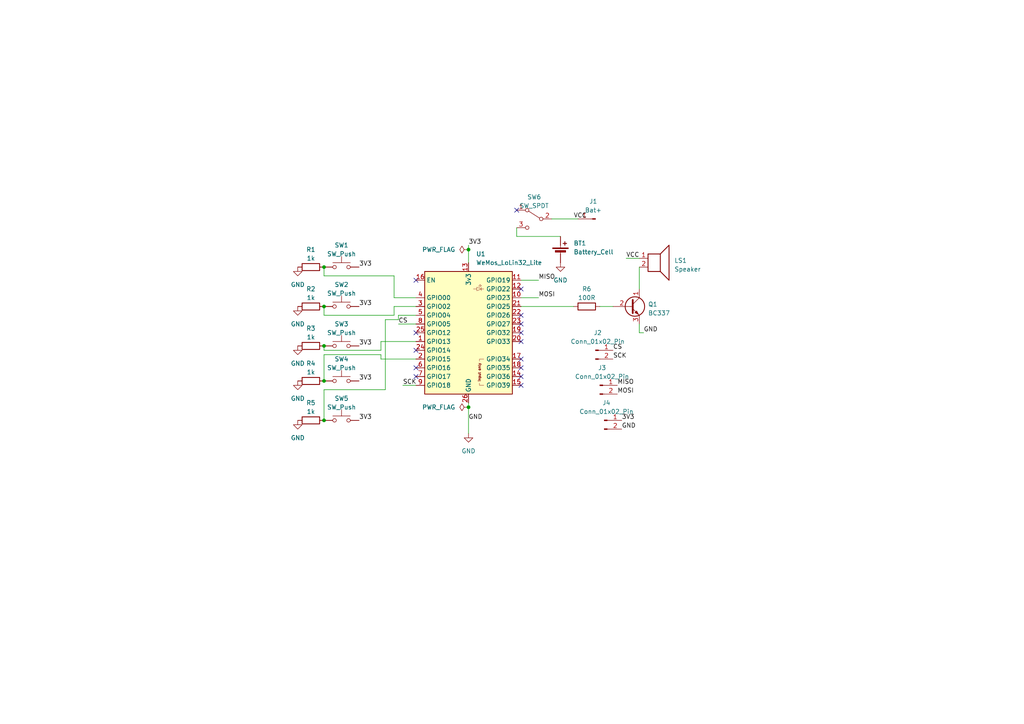
<source format=kicad_sch>
(kicad_sch (version 20230121) (generator eeschema)
  (paper "A4")
  (lib_symbols
    (symbol "Connector:Conn_01x01_Pin" (pin_names (offset 1.016) hide)
      (property "Reference" "J" (at 0 2.54 0))
      (property "Value" "Conn_01x01_Pin" (at 0 -2.54 0))
      (symbol "Conn_01x01_Pin_1_1"
        (polyline (pts (xy 1.27 0) (xy 0.8636 0)) (stroke (width 0.1524)))
        (rectangle (start 0.8636 0.127) (end 0 -0.127) (stroke (width 0.1524)) (fill (type outline)))
        (pin passive line (at 5.08 0 180) (length 3.81) (name "Pin_1") (number "1"))
      )
    )
    (symbol "Connector:Conn_01x02_Pin" (pin_names (offset 1.016) hide)
      (property "Reference" "J" (at 0 2.54 0))
      (property "Value" "Conn_01x02_Pin" (at 0 -5.08 0))
      (symbol "Conn_01x02_Pin_1_1"
        (polyline (pts (xy 1.27 -2.54) (xy 0.8636 -2.54)) (stroke (width 0.1524)))
        (polyline (pts (xy 1.27 0) (xy 0.8636 0)) (stroke (width 0.1524)))
        (rectangle (start 0.8636 -2.413) (end 0 -2.667) (stroke (width 0.1524)) (fill (type outline)))
        (rectangle (start 0.8636 0.127) (end 0 -0.127) (stroke (width 0.1524)) (fill (type outline)))
        (pin passive line (at 5.08 0 180) (length 3.81) (name "Pin_1") (number "1"))
        (pin passive line (at 5.08 -2.54 180) (length 3.81) (name "Pin_2") (number "2"))
      )
    )
    (symbol "Device:Battery_Cell" (pin_numbers hide) (pin_names (offset 0) hide)
      (property "Reference" "BT" (at 2.54 2.54 0))
      (property "Value" "Battery_Cell" (at 2.54 0 0))
      (symbol "Battery_Cell_0_1"
        (rectangle (start -2.286 1.778) (end 2.286 1.524) (fill (type outline)))
        (rectangle (start -1.524 1.016) (end 1.524 0.508) (fill (type outline)))
        (polyline (pts (xy 0 0.762) (xy 0 0)))
        (polyline (pts (xy 0 1.778) (xy 0 2.54)))
        (polyline (pts (xy 0.762 3.048) (xy 1.778 3.048)) (stroke (width 0.254)))
        (polyline (pts (xy 1.27 3.556) (xy 1.27 2.54)) (stroke (width 0.254)))
      )
      (symbol "Battery_Cell_1_1"
        (pin passive line (at 0 5.08 270) (length 2.54) (name "+") (number "1"))
        (pin passive line (at 0 -2.54 90) (length 2.54) (name "-") (number "2"))
      )
    )
    (symbol "Device:R" (pin_numbers hide) (pin_names (offset 0))
      (property "Reference" "R" (at 2.032 0 90))
      (property "Value" "R" (at 0 0 90))
      (symbol "R_0_1"
        (rectangle (start -1.016 -2.54) (end 1.016 2.54) (stroke (width 0.254)))
      )
      (symbol "R_1_1"
        (pin passive line (at 0 3.81 270) (length 1.27) (name "~") (number "1"))
        (pin passive line (at 0 -3.81 90) (length 1.27) (name "~") (number "2"))
      )
    )
    (symbol "Device:Speaker" (pin_names (offset 0) hide)
      (property "Reference" "LS" (at 1.27 5.715 0))
      (property "Value" "Speaker" (at 1.27 3.81 0))
      (symbol "Speaker_0_0"
        (rectangle (start -2.54 1.27) (end 1.016 -3.81) (stroke (width 0.254)))
        (polyline (pts (xy 1.016 1.27) (xy 3.556 3.81) (xy 3.556 -6.35) (xy 1.016 -3.81)) (stroke (width 0.254)))
      )
      (symbol "Speaker_1_1"
        (pin input line (at -5.08 0 0) (length 2.54) (name "1") (number "1"))
        (pin input line (at -5.08 -2.54 0) (length 2.54) (name "2") (number "2"))
      )
    )
    (symbol "Switch:SW_Push" (pin_numbers hide) (pin_names (offset 1.016) hide)
      (property "Reference" "SW" (at 1.27 2.54 0))
      (property "Value" "SW_Push" (at 0 -1.524 0))
      (symbol "SW_Push_0_1"
        (circle (center -2.032 0) (radius 0.508))
        (polyline (pts (xy 0 1.27) (xy 0 3.048)))
        (polyline (pts (xy 2.54 1.27) (xy -2.54 1.27)))
        (circle (center 2.032 0) (radius 0.508))
        (pin passive line (at -5.08 0 0) (length 2.54) (name "1") (number "1"))
        (pin passive line (at 5.08 0 180) (length 2.54) (name "2") (number "2"))
      )
    )
    (symbol "Switch:SW_SPDT" (pin_names (offset 0) hide)
      (property "Reference" "SW" (at 0 4.318 0))
      (property "Value" "SW_SPDT" (at 0 -5.08 0))
      (symbol "SW_SPDT_0_0"
        (circle (center -2.032 0) (radius 0.508))
        (circle (center 2.032 -2.54) (radius 0.508))
      )
      (symbol "SW_SPDT_0_1"
        (polyline (pts (xy -1.524 0.254) (xy 1.651 2.286)))
        (circle (center 2.032 2.54) (radius 0.508))
      )
      (symbol "SW_SPDT_1_1"
        (pin passive line (at 5.08 2.54 180) (length 2.54) (name "A") (number "1"))
        (pin passive line (at -5.08 0 0) (length 2.54) (name "B") (number "2"))
        (pin passive line (at 5.08 -2.54 180) (length 2.54) (name "C") (number "3"))
      )
    )
    (symbol "Transistor_BJT:BC337" (pin_names (offset 0) hide)
      (property "Reference" "Q" (at 5.08 1.905 0))
      (property "Value" "BC337" (at 5.08 0 0))
      (symbol "BC337_0_1"
        (polyline (pts (xy 0 0) (xy 0.635 0)))
        (polyline (pts (xy 0.635 0.635) (xy 2.54 2.54)))
        (polyline (pts (xy 0.635 -0.635) (xy 2.54 -2.54) (xy 2.54 -2.54)))
        (polyline (pts (xy 0.635 1.905) (xy 0.635 -1.905) (xy 0.635 -1.905)) (stroke (width 0.508)))
        (polyline (pts (xy 1.27 -1.778) (xy 1.778 -1.27) (xy 2.286 -2.286) (xy 1.27 -1.778) (xy 1.27 -1.778)) (fill (type outline)))
        (circle (center 1.27 0) (radius 2.8194) (stroke (width 0.254)))
      )
      (symbol "BC337_1_1"
        (pin passive line (at 2.54 5.08 270) (length 2.54) (name "C") (number "1"))
        (pin input line (at -5.08 0 0) (length 5.08) (name "B") (number "2"))
        (pin passive line (at 2.54 -5.08 90) (length 2.54) (name "E") (number "3"))
      )
    )
    (symbol "lolin32:WeMos_LoLin32_Lite"
      (property "Reference" "U" (at 11.43 22.86 0))
      (property "Value" "WeMos_LoLin32_Lite" (at 12.7 20.32 0))
      (symbol "WeMos_LoLin32_Lite_0_0"
        (polyline (pts (xy 4.445 -15.24) (xy 3.175 -15.24) (xy 3.175 -14.605)) (stroke (width 0.0005)))
        (polyline (pts (xy 4.445 -7.62) (xy 3.175 -7.62) (xy 3.175 -8.255)) (stroke (width 0.0005)))
        (text "input only" (at 3.175 -11.43 900) (effects (font (size 0.7 0.7))))
      )
      (symbol "WeMos_LoLin32_Lite_0_1"
        (rectangle (start -12.7 17.78) (end 12.7 -17.78) (stroke (width 0.254)) (fill (type background)))
        (polyline (pts (xy 2.413 12.7) (xy 1.397 12.7)) (stroke (width 0.0005)))
        (polyline (pts (xy 2.921 13.462) (xy 3.429 13.97)) (stroke (width 0.0005)))
        (polyline (pts (xy 3.175 13.208) (xy 3.683 13.716)) (stroke (width 0.0005)))
        (polyline (pts (xy 3.683 12.7) (xy 4.445 12.7)) (stroke (width 0.0005)))
        (polyline (pts (xy 3.683 13.208) (xy 3.683 12.192)) (stroke (width 0.0005)))
        (polyline (pts (xy 3.302 13.97) (xy 3.429 13.97) (xy 3.429 13.843)) (stroke (width 0.0005)))
        (polyline (pts (xy 3.556 13.716) (xy 3.683 13.716) (xy 3.683 13.589)) (stroke (width 0.0005)))
        (polyline (pts (xy 2.413 13.208) (xy 2.413 12.192) (xy 3.683 12.7) (xy 2.413 13.208)) (stroke (width 0.0005)))
      )
      (symbol "WeMos_LoLin32_Lite_1_1"
        (pin bidirectional line (at -15.24 -2.54 0) (length 2.54) (name "GPIO13") (number "1"))
        (pin bidirectional line (at 15.24 10.16 180) (length 2.54) (name "GPIO23") (number "10"))
        (pin bidirectional line (at 15.24 15.24 180) (length 2.54) (name "GPIO19") (number "11"))
        (pin bidirectional line (at 15.24 12.7 180) (length 2.54) (name "GPIO22") (number "12"))
        (pin power_in line (at 0 20.32 270) (length 2.54) (name "3v3") (number "13"))
        (pin bidirectional line (at 15.24 -12.7 180) (length 2.54) (name "GPIO36") (number "14"))
        (pin bidirectional line (at 15.24 -15.24 180) (length 2.54) (name "GPIO39") (number "15"))
        (pin input line (at -15.24 15.24 0) (length 2.54) (name "EN") (number "16"))
        (pin bidirectional line (at 15.24 -7.62 180) (length 2.54) (name "GPIO34") (number "17"))
        (pin bidirectional line (at 15.24 -10.16 180) (length 2.54) (name "GPIO35") (number "18"))
        (pin bidirectional line (at 15.24 0 180) (length 2.54) (name "GPIO32") (number "19"))
        (pin bidirectional line (at -15.24 -7.62 0) (length 2.54) (name "GPIO15") (number "2"))
        (pin bidirectional line (at 15.24 -2.54 180) (length 2.54) (name "GPIO33") (number "20"))
        (pin bidirectional line (at 15.24 7.62 180) (length 2.54) (name "GPIO25") (number "21"))
        (pin bidirectional line (at 15.24 5.08 180) (length 2.54) (name "GPIO26") (number "22"))
        (pin bidirectional line (at 15.24 2.54 180) (length 2.54) (name "GPIO27") (number "23"))
        (pin bidirectional line (at -15.24 -5.08 0) (length 2.54) (name "GPIO14") (number "24"))
        (pin bidirectional line (at -15.24 0 0) (length 2.54) (name "GPIO12") (number "25"))
        (pin power_in line (at 0 -20.32 90) (length 2.54) (name "GND") (number "26"))
        (pin bidirectional line (at -15.24 7.62 0) (length 2.54) (name "GPIO02") (number "3"))
        (pin bidirectional line (at -15.24 10.16 0) (length 2.54) (name "GPIO00") (number "4"))
        (pin bidirectional line (at -15.24 5.08 0) (length 2.54) (name "GPIO04") (number "5"))
        (pin bidirectional line (at -15.24 -10.16 0) (length 2.54) (name "GPIO16") (number "6"))
        (pin bidirectional line (at -15.24 -12.7 0) (length 2.54) (name "GPIO17") (number "7"))
        (pin bidirectional line (at -15.24 2.54 0) (length 2.54) (name "GPIO05") (number "8"))
        (pin bidirectional line (at -15.24 -15.24 0) (length 2.54) (name "GPIO18") (number "9"))
      )
    )
    (symbol "power:GND" (power) (pin_names (offset 0))
      (property "Value" "GND" (at 0 -3.81 0))
      (symbol "GND_0_1"
        (polyline (pts (xy 0 0) (xy 0 -1.27) (xy 1.27 -1.27) (xy 0 -2.54) (xy -1.27 -1.27) (xy 0 -1.27)))
      )
      (symbol "GND_1_1"
        (pin power_in line (at 0 0 270) (length 0) hide (name "GND") (number "1"))
      )
    )
    (symbol "power:PWR_FLAG" (power) (pin_numbers hide) (pin_names (offset 0) hide)
      (property "Value" "PWR_FLAG" (at 0 3.81 0))
      (symbol "PWR_FLAG_0_0"
        (pin power_out line (at 0 0 90) (length 0) (name "pwr") (number "1"))
      )
      (symbol "PWR_FLAG_0_1"
        (polyline (pts (xy 0 0) (xy 0 1.27) (xy -1.016 1.905) (xy 0 2.54) (xy 1.016 1.905) (xy 0 1.27)))
      )
    )
  )
  (junction (at 135.89 72.39))
  (junction (at 93.98 77.47))
  (junction (at 93.98 88.9))
  (junction (at 93.98 110.49))
  (junction (at 135.89 118.11))
  (junction (at 93.98 121.92))
  (junction (at 93.98 100.33))
  (no_connect (at 151.13 111.76))
  (no_connect (at 151.13 99.06))
  (no_connect (at 151.13 93.98))
  (no_connect (at 149.86 60.96))
  (no_connect (at 120.65 81.28))
  (no_connect (at 151.13 109.22))
  (no_connect (at 120.65 109.22))
  (no_connect (at 151.13 83.82))
  (no_connect (at 120.65 106.68))
  (no_connect (at 151.13 106.68))
  (no_connect (at 120.65 96.52))
  (no_connect (at 151.13 96.52))
  (no_connect (at 151.13 104.14))
  (no_connect (at 120.65 101.6))
  (no_connect (at 151.13 91.44))
  (wire (pts (xy 120.65 104.14) (xy 110.49 104.14)))
  (wire (pts (xy 135.89 72.39) (xy 135.89 76.2)))
  (wire (pts (xy 114.3 80.01) (xy 93.98 80.01)))
  (wire (pts (xy 116.84 111.76) (xy 120.65 111.76)))
  (wire (pts (xy 173.99 88.9) (xy 177.8 88.9)))
  (wire (pts (xy 151.13 88.9) (xy 166.37 88.9)))
  (wire (pts (xy 111.76 113.03) (xy 93.98 113.03)))
  (wire (pts (xy 93.98 100.33) (xy 93.98 101.6)))
  (wire (pts (xy 120.65 99.06) (xy 110.49 99.06)))
  (wire (pts (xy 120.65 91.44) (xy 115.57 91.44)))
  (wire (pts (xy 114.3 88.9) (xy 114.3 91.44)))
  (wire (pts (xy 115.57 93.98) (xy 120.65 93.98)))
  (wire (pts (xy 93.98 91.44) (xy 114.3 91.44)))
  (wire (pts (xy 135.89 125.73) (xy 135.89 118.11)))
  (wire (pts (xy 149.86 66.04) (xy 149.86 68.58)))
  (wire (pts (xy 115.57 92.71) (xy 111.76 92.71)))
  (wire (pts (xy 162.56 68.58) (xy 149.86 68.58)))
  (wire (pts (xy 93.98 77.47) (xy 93.98 80.01)))
  (wire (pts (xy 120.65 88.9) (xy 114.3 88.9)))
  (wire (pts (xy 115.57 91.44) (xy 115.57 92.71)))
  (wire (pts (xy 151.13 86.36) (xy 156.21 86.36)))
  (wire (pts (xy 110.49 104.14) (xy 110.49 102.87)))
  (wire (pts (xy 111.76 92.71) (xy 111.76 113.03)))
  (wire (pts (xy 93.98 102.87) (xy 110.49 102.87)))
  (wire (pts (xy 151.13 81.28) (xy 156.21 81.28)))
  (wire (pts (xy 135.89 118.11) (xy 135.89 116.84)))
  (wire (pts (xy 93.98 101.6) (xy 110.49 101.6)))
  (wire (pts (xy 185.42 96.52) (xy 185.42 93.98)))
  (wire (pts (xy 110.49 99.06) (xy 110.49 101.6)))
  (wire (pts (xy 93.98 110.49) (xy 93.98 102.87)))
  (wire (pts (xy 135.89 71.12) (xy 135.89 72.39)))
  (wire (pts (xy 93.98 121.92) (xy 93.98 113.03)))
  (wire (pts (xy 120.65 86.36) (xy 114.3 86.36)))
  (wire (pts (xy 185.42 77.47) (xy 185.42 83.82)))
  (wire (pts (xy 181.61 74.93) (xy 185.42 74.93)))
  (wire (pts (xy 114.3 86.36) (xy 114.3 80.01)))
  (wire (pts (xy 93.98 88.9) (xy 93.98 91.44)))
  (wire (pts (xy 186.69 96.52) (xy 185.42 96.52)))
  (wire (pts (xy 160.02 63.5) (xy 167.64 63.5)))
  (label "GND" (at 135.89 121.92 0))
  (label "GND" (at 180.34 124.46 0))
  (label "3V3" (at 104.14 77.47 0))
  (label "CS" (at 177.8 101.6 0))
  (label "3V3" (at 104.14 100.33 0))
  (label "3V3" (at 104.14 88.9 0))
  (label "MOSI" (at 179.07 114.3 0))
  (label "VCC" (at 166.37 63.5 0))
  (label "3V3" (at 135.89 71.12 0))
  (label "MOSI" (at 156.21 86.36 0))
  (label "GND" (at 186.69 96.52 0))
  (label "3V3" (at 104.14 110.49 0))
  (label "MISO" (at 179.07 111.76 0))
  (label "SCK" (at 177.8 104.14 0))
  (label "MISO" (at 156.21 81.28 0))
  (label "3V3" (at 180.34 121.92 0))
  (label "VCC" (at 181.61 74.93 0))
  (label "SCK" (at 116.84 111.76 0))
  (label "3V3" (at 104.14 121.92 0))
  (label "CS" (at 115.57 93.98 0))
  (symbol (lib_id "Switch:SW_Push") (at 99.06 88.9 0) (unit 1)
    (property "Reference" "SW2" (at 99.06 82.55 0))
    (property "Value" "SW_Push" (at 99.06 85.09 0))
    (property "Footprint" "Connector_PinHeader_1.27mm:PinHeader_1x02_P1.27mm_Vertical" (effects hide))
  )
  (symbol (lib_id "power:GND") (at 135.89 125.73 0) (unit 1)
    (property "Reference" "#PWR06" (effects hide))
    (property "Value" "GND" (at 135.89 130.81 0))
  )
  (symbol (lib_id "Device:R") (at 90.17 121.92 90) (unit 1)
    (property "Reference" "R5" (at 90.17 116.84 90))
    (property "Value" "1k" (at 90.17 119.38 90))
    (property "Footprint" "Resistor_THT:R_Axial_DIN0207_L6.3mm_D2.5mm_P2.54mm_Vertical" (effects hide))
  )
  (symbol (lib_id "Device:R") (at 90.17 77.47 90) (unit 1)
    (property "Reference" "R1" (at 90.17 72.39 90))
    (property "Value" "1k" (at 90.17 74.93 90))
    (property "Footprint" "Resistor_THT:R_Axial_DIN0207_L6.3mm_D2.5mm_P2.54mm_Vertical" (effects hide))
  )
  (symbol (lib_id "Switch:SW_Push") (at 99.06 121.92 0) (unit 1)
    (property "Reference" "SW5" (at 99.06 115.57 0))
    (property "Value" "SW_Push" (at 99.06 118.11 0))
    (property "Footprint" "Connector_PinHeader_1.27mm:PinHeader_1x02_P1.27mm_Vertical" (effects hide))
  )
  (symbol (lib_id "power:PWR_FLAG") (at 135.89 118.11 90) (unit 1)
    (property "Reference" "#FLG02" (effects hide))
    (property "Value" "PWR_FLAG" (at 132.08 118.11 90) (effects (justify left)))
  )
  (symbol (lib_id "Device:R") (at 90.17 110.49 90) (unit 1)
    (property "Reference" "R4" (at 90.17 105.41 90))
    (property "Value" "1k" (at 90.17 107.95 90))
    (property "Footprint" "Resistor_THT:R_Axial_DIN0207_L6.3mm_D2.5mm_P2.54mm_Vertical" (effects hide))
  )
  (symbol (lib_id "power:GND") (at 162.56 76.2 0) (unit 1)
    (property "Reference" "#PWR07" (effects hide))
    (property "Value" "GND" (at 162.56 81.28 0))
  )
  (symbol (lib_id "Switch:SW_Push") (at 99.06 110.49 0) (unit 1)
    (property "Reference" "SW4" (at 99.06 104.14 0))
    (property "Value" "SW_Push" (at 99.06 106.68 0))
    (property "Footprint" "Connector_PinHeader_1.27mm:PinHeader_1x02_P1.27mm_Vertical" (effects hide))
  )
  (symbol (lib_id "Switch:SW_Push") (at 99.06 100.33 0) (unit 1)
    (property "Reference" "SW3" (at 99.06 93.98 0))
    (property "Value" "SW_Push" (at 99.06 96.52 0))
    (property "Footprint" "Connector_PinHeader_1.27mm:PinHeader_1x02_P1.27mm_Vertical" (effects hide))
  )
  (symbol (lib_id "Connector:Conn_01x01_Pin") (at 172.72 63.5 180) (unit 1)
    (property "Reference" "J1" (at 172.085 58.42 0))
    (property "Value" "Bat+" (at 172.085 60.96 0))
    (property "Footprint" "Connector_Pin:Pin_D1.0mm_L10.0mm" (effects hide))
  )
  (symbol (lib_id "power:GND") (at 86.36 88.9 0) (unit 1)
    (property "Reference" "#PWR02" (effects hide))
    (property "Value" "GND" (at 86.36 93.98 0))
  )
  (symbol (lib_id "power:GND") (at 86.36 77.47 0) (unit 1)
    (property "Reference" "#PWR01" (effects hide))
    (property "Value" "GND" (at 86.36 82.55 0))
  )
  (symbol (lib_id "power:PWR_FLAG") (at 135.89 72.39 90) (unit 1)
    (property "Reference" "#FLG01" (effects hide))
    (property "Value" "PWR_FLAG" (at 132.08 72.39 90) (effects (justify left)))
  )
  (symbol (lib_id "Device:Battery_Cell") (at 162.56 73.66 0) (unit 1)
    (property "Reference" "BT1" (at 166.37 70.5485 0) (effects (justify left)))
    (property "Value" "Battery_Cell" (at 166.37 73.0885 0) (effects (justify left)))
    (property "Footprint" "Connector_PinHeader_1.27mm:PinHeader_1x02_P1.27mm_Vertical" (effects hide))
  )
  (symbol (lib_id "Device:R") (at 90.17 88.9 90) (unit 1)
    (property "Reference" "R2" (at 90.17 83.82 90))
    (property "Value" "1k" (at 90.17 86.36 90))
    (property "Footprint" "Resistor_THT:R_Axial_DIN0207_L6.3mm_D2.5mm_P2.54mm_Vertical" (effects hide))
  )
  (symbol (lib_id "Device:R") (at 170.18 88.9 90) (unit 1)
    (property "Reference" "R6" (at 170.18 83.82 90))
    (property "Value" "100R" (at 170.18 86.36 90))
    (property "Footprint" "Resistor_THT:R_Axial_DIN0207_L6.3mm_D2.5mm_P2.54mm_Vertical" (effects hide))
  )
  (symbol (lib_id "power:GND") (at 86.36 110.49 0) (unit 1)
    (property "Reference" "#PWR04" (effects hide))
    (property "Value" "GND" (at 86.36 115.57 0))
  )
  (symbol (lib_id "Device:Speaker") (at 190.5 74.93 0) (unit 1)
    (property "Reference" "LS1" (at 195.58 75.565 0) (effects (justify left)))
    (property "Value" "Speaker" (at 195.58 78.105 0) (effects (justify left)))
    (property "Footprint" "Connector_PinHeader_1.27mm:PinHeader_1x02_P1.27mm_Vertical" (effects hide))
  )
  (symbol (lib_id "Switch:SW_Push") (at 99.06 77.47 0) (unit 1)
    (property "Reference" "SW1" (at 99.06 71.12 0))
    (property "Value" "SW_Push" (at 99.06 73.66 0))
    (property "Footprint" "Connector_PinHeader_1.27mm:PinHeader_1x02_P1.27mm_Vertical" (effects hide))
  )
  (symbol (lib_id "power:GND") (at 86.36 100.33 0) (unit 1)
    (property "Reference" "#PWR03" (effects hide))
    (property "Value" "GND" (at 86.36 105.41 0))
  )
  (symbol (lib_id "Switch:SW_SPDT") (at 154.94 63.5 0) (mirror y) (unit 1)
    (property "Reference" "SW6" (at 154.94 57.15 0))
    (property "Value" "SW_SPDT" (at 154.94 59.69 0))
    (property "Footprint" "Button_Switch_THT:SW_Slide_1P2T_CK_OS102011MS2Q" (effects hide))
  )
  (symbol (lib_id "Transistor_BJT:BC337") (at 182.88 88.9 0) (unit 1)
    (property "Reference" "Q1" (at 187.96 88.265 0) (effects (justify left)))
    (property "Value" "BC337" (at 187.96 90.805 0) (effects (justify left)))
    (property "Footprint" "Package_TO_SOT_THT:TO-92_Inline_Wide" (effects hide))
    (property "Datasheet" "https://diotec.com/tl_files/diotec/files/pdf/datasheets/bc337.pdf" (effects hide))
  )
  (symbol (lib_id "Device:R") (at 90.17 100.33 90) (unit 1)
    (property "Reference" "R3" (at 90.17 95.25 90))
    (property "Value" "1k" (at 90.17 97.79 90))
    (property "Footprint" "Resistor_THT:R_Axial_DIN0207_L6.3mm_D2.5mm_P2.54mm_Vertical" (effects hide))
  )
  (symbol (lib_id "Connector:Conn_01x02_Pin") (at 175.26 121.92 0) (unit 1)
    (property "Reference" "J4" (at 175.895 116.84 0))
    (property "Value" "Conn_01x02_Pin" (at 175.895 119.38 0))
    (property "Footprint" "Connector_PinHeader_1.27mm:PinHeader_1x02_P1.27mm_Vertical" (effects hide))
  )
  (symbol (lib_id "Connector:Conn_01x02_Pin") (at 172.72 101.6 0) (unit 1)
    (property "Reference" "J2" (at 173.355 96.52 0))
    (property "Value" "Conn_01x02_Pin" (at 173.355 99.06 0))
    (property "Footprint" "Connector_PinHeader_1.27mm:PinHeader_1x02_P1.27mm_Vertical" (effects hide))
  )
  (symbol (lib_id "lolin32:WeMos_LoLin32_Lite") (at 135.89 96.52 0) (unit 1)
    (property "Reference" "U1" (at 138.0841 73.66 0) (effects (justify left)))
    (property "Value" "WeMos_LoLin32_Lite" (at 138.0841 76.2 0) (effects (justify left)))
    (property "Footprint" "lolin32:WEMOS_LoLin32_Lite" (effects hide))
    (property "Datasheet" "https://www.wemos.cc/en/latest/d32/d32.html" (effects hide))
  )
  (symbol (lib_id "Connector:Conn_01x02_Pin") (at 173.99 111.76 0) (unit 1)
    (property "Reference" "J3" (at 174.625 106.68 0))
    (property "Value" "Conn_01x02_Pin" (at 174.625 109.22 0))
    (property "Footprint" "Connector_PinHeader_1.27mm:PinHeader_1x02_P1.27mm_Vertical" (effects hide))
  )
  (symbol (lib_id "power:GND") (at 86.36 121.92 0) (unit 1)
    (property "Reference" "#PWR05" (effects hide))
    (property "Value" "GND" (at 86.36 127 0))
  )
)
</source>
